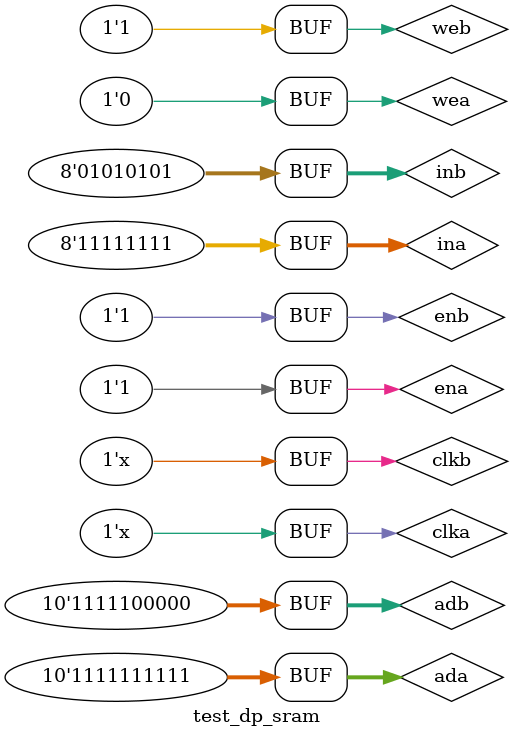
<source format=v>
`timescale 1ns / 1ps


module test_dp_sram;

	// Inputs
	reg clka;
	reg clkb;
	reg [9:0] ada;
	reg [9:0] adb;
	reg [7:0] ina;
	reg [7:0] inb;
	reg ena;
	reg enb;
	reg wea;
	reg web;
	

	// Outputs
	wire [7:0] outa;
	wire [7:0] outb;

	// Instantiate the Unit Under Test (UUT)
	dp_sram uut (
		.clka(clka), 
		.clkb(clkb), 
		.ada(ada), 
		.adb(adb), 
		.ina(ina), 
		.inb(inb), 
		.ena(ena), 
		.enb(enb), 
		.wea(wea), 
		.web(web), 
		.outa(outa), 
		.outb(outb)
		
	);
	
	initial begin
		// Initialize Inputs
		clka = 0;
		clkb = 0;
		/*ada = 0;
		adb = 0;
		ina = 0;
		inb = 0;
		ena = 0;
		enb = 0;
		wea = 0;
		web = 0;
       ra=0;
		 rb=0;*/
		// Wait 100 ns for global reset to finish
		#100;
        
		// Add stimulus here
		
		
		//Write & read from port a and port b
      ada = 10'b0000011111;
		adb = 10'b1111100000;
		ina = 8'b10101010;
		inb = 8'b01010101;
		ena = 1'b1;
		enb = 1'b1;
		wea = 1'b1;
		web = 1'b1;
		
	   #100
		
		ada = 10'b0000011111;
		adb = 10'b1111100000;
		wea = 1'b0;
		web = 1'b0;
		
		//Write in port a and read on port b
      ada = 10'b0000011111;
		//adb = 10'b1111100000;
		ina = 8'b10101011;
		//inb = 8'b01010101;
		ena = 1'b1;
		enb = 1'b1;
		wea = 1'b1;
		#100
	
		
		//ada = 10'b0000011111;
		adb = 10'b000011111;
		web = 1'b0;
		
		//Write in port b and read on port a
      ada = 10'b1111111111;
		//adb = 10'b1111100000;
		ina = 8'b11111111;
		//inb = 8'b01010101;
		ena = 1'b1;
		enb = 1'b1;
		web = 1'b1;
		
		//ada = 10'b0000011111;
		adb = 10'b1111100000;
		wea = 1'b0;
		
      	end
			
			always #20 clka=~clka;
			always #20 clkb=~clkb;
      
endmodule

</source>
